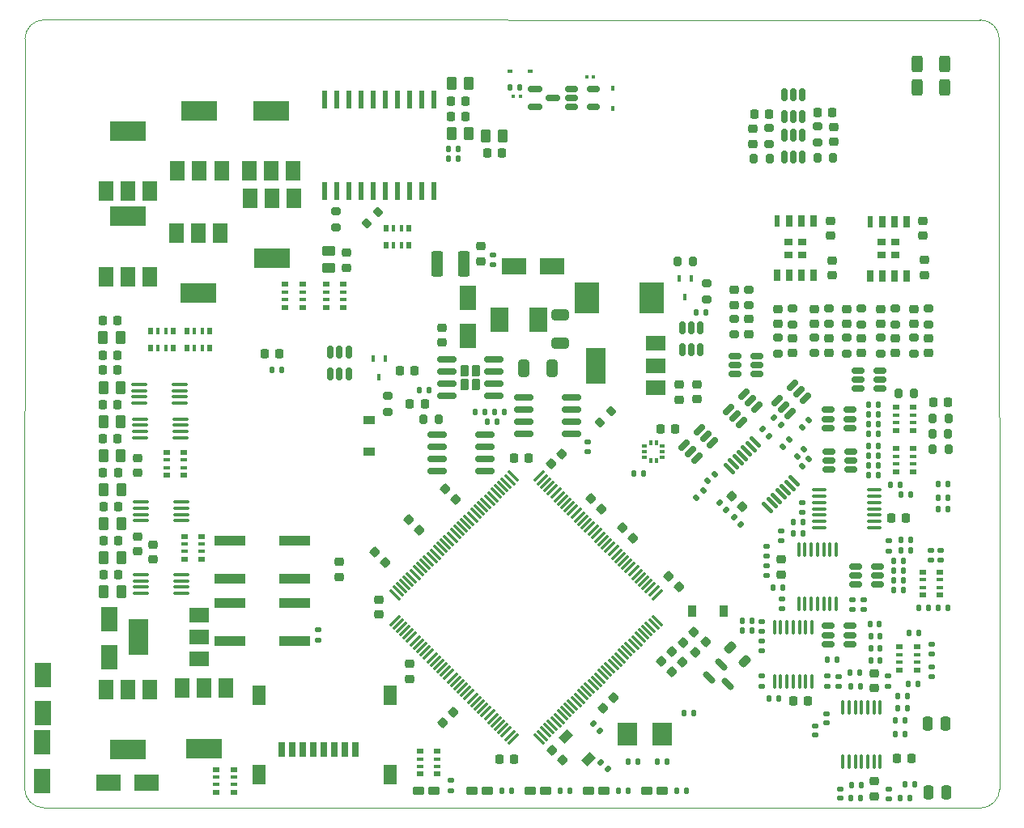
<source format=gbr>
G04 #@! TF.GenerationSoftware,KiCad,Pcbnew,(6.0.1)*
G04 #@! TF.CreationDate,2022-08-29T02:15:06+01:00*
G04 #@! TF.ProjectId,polygonus-Shortage-Version,706f6c79-676f-46e7-9573-2d53686f7274,rev?*
G04 #@! TF.SameCoordinates,Original*
G04 #@! TF.FileFunction,Paste,Top*
G04 #@! TF.FilePolarity,Positive*
%FSLAX46Y46*%
G04 Gerber Fmt 4.6, Leading zero omitted, Abs format (unit mm)*
G04 Created by KiCad (PCBNEW (6.0.1)) date 2022-08-29 02:15:06*
%MOMM*%
%LPD*%
G01*
G04 APERTURE LIST*
G04 Aperture macros list*
%AMRoundRect*
0 Rectangle with rounded corners*
0 $1 Rounding radius*
0 $2 $3 $4 $5 $6 $7 $8 $9 X,Y pos of 4 corners*
0 Add a 4 corners polygon primitive as box body*
4,1,4,$2,$3,$4,$5,$6,$7,$8,$9,$2,$3,0*
0 Add four circle primitives for the rounded corners*
1,1,$1+$1,$2,$3*
1,1,$1+$1,$4,$5*
1,1,$1+$1,$6,$7*
1,1,$1+$1,$8,$9*
0 Add four rect primitives between the rounded corners*
20,1,$1+$1,$2,$3,$4,$5,0*
20,1,$1+$1,$4,$5,$6,$7,0*
20,1,$1+$1,$6,$7,$8,$9,0*
20,1,$1+$1,$8,$9,$2,$3,0*%
%AMRotRect*
0 Rectangle, with rotation*
0 The origin of the aperture is its center*
0 $1 length*
0 $2 width*
0 $3 Rotation angle, in degrees counterclockwise*
0 Add horizontal line*
21,1,$1,$2,0,0,$3*%
G04 Aperture macros list end*
G04 #@! TA.AperFunction,Profile*
%ADD10C,0.050000*%
G04 #@! TD*
%ADD11RoundRect,0.225000X0.250000X-0.225000X0.250000X0.225000X-0.250000X0.225000X-0.250000X-0.225000X0*%
%ADD12RoundRect,0.135000X-0.135000X-0.185000X0.135000X-0.185000X0.135000X0.185000X-0.135000X0.185000X0*%
%ADD13RoundRect,0.135000X0.226274X0.035355X0.035355X0.226274X-0.226274X-0.035355X-0.035355X-0.226274X0*%
%ADD14RoundRect,0.100000X0.100000X-0.637500X0.100000X0.637500X-0.100000X0.637500X-0.100000X-0.637500X0*%
%ADD15RoundRect,0.100000X0.637500X0.100000X-0.637500X0.100000X-0.637500X-0.100000X0.637500X-0.100000X0*%
%ADD16R,0.650000X1.310000*%
%ADD17R,0.600000X1.310000*%
%ADD18R,0.900000X0.795000*%
%ADD19RoundRect,0.225000X-0.250000X0.225000X-0.250000X-0.225000X0.250000X-0.225000X0.250000X0.225000X0*%
%ADD20RoundRect,0.135000X-0.226274X-0.035355X-0.035355X-0.226274X0.226274X0.035355X0.035355X0.226274X0*%
%ADD21RoundRect,0.225000X-0.225000X-0.250000X0.225000X-0.250000X0.225000X0.250000X-0.225000X0.250000X0*%
%ADD22RoundRect,0.225000X0.017678X-0.335876X0.335876X-0.017678X-0.017678X0.335876X-0.335876X0.017678X0*%
%ADD23RoundRect,0.140000X-0.140000X-0.170000X0.140000X-0.170000X0.140000X0.170000X-0.140000X0.170000X0*%
%ADD24RoundRect,0.225000X0.335876X0.017678X0.017678X0.335876X-0.335876X-0.017678X-0.017678X-0.335876X0*%
%ADD25RoundRect,0.225000X-0.335876X-0.017678X-0.017678X-0.335876X0.335876X0.017678X0.017678X0.335876X0*%
%ADD26RoundRect,0.218750X0.424264X0.114905X0.114905X0.424264X-0.424264X-0.114905X-0.114905X-0.424264X0*%
%ADD27RoundRect,0.200000X0.200000X0.275000X-0.200000X0.275000X-0.200000X-0.275000X0.200000X-0.275000X0*%
%ADD28R,0.800000X0.500000*%
%ADD29R,0.800000X0.400000*%
%ADD30RoundRect,0.100000X0.521491X-0.380070X-0.380070X0.521491X-0.521491X0.380070X0.380070X-0.521491X0*%
%ADD31R,0.500000X0.800000*%
%ADD32R,0.400000X0.800000*%
%ADD33RoundRect,0.135000X0.135000X0.185000X-0.135000X0.185000X-0.135000X-0.185000X0.135000X-0.185000X0*%
%ADD34RoundRect,0.225000X0.225000X0.250000X-0.225000X0.250000X-0.225000X-0.250000X0.225000X-0.250000X0*%
%ADD35RoundRect,0.075000X0.521491X-0.415425X-0.415425X0.521491X-0.521491X0.415425X0.415425X-0.521491X0*%
%ADD36RoundRect,0.075000X0.521491X0.415425X0.415425X0.521491X-0.521491X-0.415425X-0.415425X-0.521491X0*%
%ADD37RoundRect,0.250000X-0.325000X-0.650000X0.325000X-0.650000X0.325000X0.650000X-0.325000X0.650000X0*%
%ADD38RoundRect,0.200000X-0.200000X-0.275000X0.200000X-0.275000X0.200000X0.275000X-0.200000X0.275000X0*%
%ADD39RoundRect,0.140000X0.140000X0.170000X-0.140000X0.170000X-0.140000X-0.170000X0.140000X-0.170000X0*%
%ADD40R,2.500000X1.800000*%
%ADD41RoundRect,0.250000X-0.262500X-0.450000X0.262500X-0.450000X0.262500X0.450000X-0.262500X0.450000X0*%
%ADD42RoundRect,0.100000X0.712500X0.100000X-0.712500X0.100000X-0.712500X-0.100000X0.712500X-0.100000X0*%
%ADD43RoundRect,0.212500X0.400000X0.212500X-0.400000X0.212500X-0.400000X-0.212500X0.400000X-0.212500X0*%
%ADD44RoundRect,0.135000X-0.185000X0.135000X-0.185000X-0.135000X0.185000X-0.135000X0.185000X0.135000X0*%
%ADD45RoundRect,0.200000X-0.275000X0.200000X-0.275000X-0.200000X0.275000X-0.200000X0.275000X0.200000X0*%
%ADD46RoundRect,0.200000X0.275000X-0.200000X0.275000X0.200000X-0.275000X0.200000X-0.275000X-0.200000X0*%
%ADD47R,1.200000X0.900000*%
%ADD48RoundRect,0.250000X0.312500X0.625000X-0.312500X0.625000X-0.312500X-0.625000X0.312500X-0.625000X0*%
%ADD49RoundRect,0.250000X-0.312500X-0.625000X0.312500X-0.625000X0.312500X0.625000X-0.312500X0.625000X0*%
%ADD50RoundRect,0.150000X0.150000X-0.512500X0.150000X0.512500X-0.150000X0.512500X-0.150000X-0.512500X0*%
%ADD51R,0.450000X0.700000*%
%ADD52RoundRect,0.135000X0.185000X-0.135000X0.185000X0.135000X-0.185000X0.135000X-0.185000X-0.135000X0*%
%ADD53R,2.500000X3.300000*%
%ADD54RoundRect,0.135000X-0.035355X0.226274X-0.226274X0.035355X0.035355X-0.226274X0.226274X-0.035355X0*%
%ADD55RoundRect,0.135000X0.035355X-0.226274X0.226274X-0.035355X-0.035355X0.226274X-0.226274X0.035355X0*%
%ADD56RoundRect,0.150000X0.512500X0.150000X-0.512500X0.150000X-0.512500X-0.150000X0.512500X-0.150000X0*%
%ADD57RoundRect,0.140000X-0.170000X0.140000X-0.170000X-0.140000X0.170000X-0.140000X0.170000X0.140000X0*%
%ADD58RoundRect,0.140000X0.170000X-0.140000X0.170000X0.140000X-0.170000X0.140000X-0.170000X-0.140000X0*%
%ADD59RoundRect,0.100000X-0.100000X0.637500X-0.100000X-0.637500X0.100000X-0.637500X0.100000X0.637500X0*%
%ADD60R,2.000000X1.500000*%
%ADD61R,2.000000X3.800000*%
%ADD62R,2.000000X2.400000*%
%ADD63RoundRect,0.230000X-0.230000X-0.375000X0.230000X-0.375000X0.230000X0.375000X-0.230000X0.375000X0*%
%ADD64RoundRect,0.150000X-0.825000X-0.150000X0.825000X-0.150000X0.825000X0.150000X-0.825000X0.150000X0*%
%ADD65R,1.800000X2.500000*%
%ADD66RoundRect,0.150000X-0.150000X0.512500X-0.150000X-0.512500X0.150000X-0.512500X0.150000X0.512500X0*%
%ADD67RoundRect,0.250000X0.375000X1.075000X-0.375000X1.075000X-0.375000X-1.075000X0.375000X-1.075000X0*%
%ADD68RoundRect,0.200000X-0.053033X0.335876X-0.335876X0.053033X0.053033X-0.335876X0.335876X-0.053033X0*%
%ADD69R,1.900000X2.500000*%
%ADD70RoundRect,0.250000X-0.650000X0.325000X-0.650000X-0.325000X0.650000X-0.325000X0.650000X0.325000X0*%
%ADD71RoundRect,0.250000X-0.250000X-0.475000X0.250000X-0.475000X0.250000X0.475000X-0.250000X0.475000X0*%
%ADD72R,0.800000X1.500000*%
%ADD73R,1.450000X2.000000*%
%ADD74RoundRect,0.250000X-0.450000X0.262500X-0.450000X-0.262500X0.450000X-0.262500X0.450000X0.262500X0*%
%ADD75RoundRect,0.150000X-0.521491X0.309359X0.309359X-0.521491X0.521491X-0.309359X-0.309359X0.521491X0*%
%ADD76RoundRect,0.100000X-0.100000X0.175000X-0.100000X-0.175000X0.100000X-0.175000X0.100000X0.175000X0*%
%ADD77RoundRect,0.100000X-0.175000X0.100000X-0.175000X-0.100000X0.175000X-0.100000X0.175000X0.100000X0*%
%ADD78R,3.200000X1.000000*%
%ADD79R,0.900000X1.200000*%
%ADD80RotRect,0.900000X1.200000X315.000000*%
%ADD81R,0.450000X0.600000*%
%ADD82RoundRect,0.150000X-0.512500X-0.150000X0.512500X-0.150000X0.512500X0.150000X-0.512500X0.150000X0*%
%ADD83R,1.500000X2.000000*%
%ADD84R,3.800000X2.000000*%
%ADD85RoundRect,0.150000X0.256326X0.468458X-0.468458X-0.256326X-0.256326X-0.468458X0.468458X0.256326X0*%
%ADD86R,0.550000X1.950000*%
%ADD87RoundRect,0.200000X0.053033X-0.335876X0.335876X-0.053033X-0.053033X0.335876X-0.335876X0.053033X0*%
%ADD88RoundRect,0.079500X-0.079500X-0.100500X0.079500X-0.100500X0.079500X0.100500X-0.079500X0.100500X0*%
%ADD89RoundRect,0.150000X-0.587500X-0.150000X0.587500X-0.150000X0.587500X0.150000X-0.587500X0.150000X0*%
%ADD90R,0.600000X0.450000*%
%ADD91RoundRect,0.150000X0.825000X0.150000X-0.825000X0.150000X-0.825000X-0.150000X0.825000X-0.150000X0*%
%ADD92RoundRect,0.079500X0.079500X0.100500X-0.079500X0.100500X-0.079500X-0.100500X0.079500X-0.100500X0*%
G04 APERTURE END LIST*
D10*
X27598758Y70480030D02*
X27566743Y-7944264D01*
X29598758Y72480030D02*
G75*
G03*
X27598758Y70480030I-1J-1999999D01*
G01*
X127511245Y72474911D02*
X29598758Y72480030D01*
X29566743Y-9944264D02*
X127539293Y-9975264D01*
X127539293Y-9975264D02*
G75*
G03*
X129539293Y-7975264I1J1999999D01*
G01*
X129539293Y-7975264D02*
X129511245Y70474911D01*
X27566743Y-7944264D02*
G75*
G03*
X29566743Y-9944264I1999999J-1D01*
G01*
X129511245Y70474911D02*
G75*
G03*
X127511245Y72474911I-1999999J1D01*
G01*
D11*
G04 #@! TO.C,C1015*
X112003326Y45778948D03*
X112003326Y47328948D03*
G04 #@! TD*
D12*
G04 #@! TO.C,R902*
X123130975Y21307317D03*
X124150975Y21307317D03*
G04 #@! TD*
G04 #@! TO.C,R903*
X123142194Y22496586D03*
X124162194Y22496586D03*
G04 #@! TD*
G04 #@! TO.C,R904*
X123119755Y23887806D03*
X124139755Y23887806D03*
G04 #@! TD*
D13*
G04 #@! TO.C,R1007*
X88562124Y-5885124D03*
X87840876Y-5163876D03*
G04 #@! TD*
D14*
G04 #@! TO.C,U801*
X108540000Y11361500D03*
X109190000Y11361500D03*
X109840000Y11361500D03*
X110490000Y11361500D03*
X111140000Y11361500D03*
X111790000Y11361500D03*
X112440000Y11361500D03*
X112440000Y17086500D03*
X111790000Y17086500D03*
X111140000Y17086500D03*
X110490000Y17086500D03*
X109840000Y17086500D03*
X109190000Y17086500D03*
X108540000Y17086500D03*
G04 #@! TD*
D15*
G04 #@! TO.C,U901*
X116400500Y19386000D03*
X116400500Y20036000D03*
X116400500Y20686000D03*
X116400500Y21336000D03*
X116400500Y21986000D03*
X116400500Y22636000D03*
X116400500Y23286000D03*
X110675500Y23286000D03*
X110675500Y22636000D03*
X110675500Y21986000D03*
X110675500Y21336000D03*
X110675500Y20686000D03*
X110675500Y20036000D03*
X110675500Y19386000D03*
G04 #@! TD*
D16*
G04 #@! TO.C,U1004*
X119814671Y51392123D03*
X118544671Y51392123D03*
X117274671Y51392123D03*
D17*
X116004671Y51392123D03*
D16*
X116004671Y45702123D03*
X117274671Y45702123D03*
X118544671Y45702123D03*
X119814671Y45702123D03*
D18*
X118659671Y49209623D03*
X117159671Y47884623D03*
X118659671Y47884623D03*
X117159671Y49209623D03*
G04 #@! TD*
D16*
G04 #@! TO.C,U1005*
X110083142Y51429989D03*
X108813142Y51429989D03*
X107543142Y51429989D03*
D17*
X106273142Y51429989D03*
D16*
X106273142Y45739989D03*
X107543142Y45739989D03*
X108813142Y45739989D03*
X110083142Y45739989D03*
D18*
X108928142Y47922489D03*
X107428142Y49247489D03*
X107428142Y47922489D03*
X108928142Y49247489D03*
G04 #@! TD*
D19*
G04 #@! TO.C,C1016*
X121539912Y51428769D03*
X121539912Y49878769D03*
G04 #@! TD*
D11*
G04 #@! TO.C,C1017*
X121694368Y45805498D03*
X121694368Y47355498D03*
G04 #@! TD*
D19*
G04 #@! TO.C,C1018*
X111896736Y51445598D03*
X111896736Y49895598D03*
G04 #@! TD*
D20*
G04 #@! TO.C,R1006*
X87015376Y-1163376D03*
X87736624Y-1884624D03*
G04 #@! TD*
D21*
G04 #@! TO.C,C701*
X107937000Y1270000D03*
X109487000Y1270000D03*
G04 #@! TD*
D11*
G04 #@! TO.C,C801*
X106680000Y14465000D03*
X106680000Y16015000D03*
G04 #@! TD*
D21*
G04 #@! TO.C,C901*
X118194266Y20335608D03*
X119744266Y20335608D03*
G04 #@! TD*
D22*
G04 #@! TO.C,C1518*
X82636992Y25994992D03*
X83733008Y27091008D03*
G04 #@! TD*
D23*
G04 #@! TO.C,C1521*
X90706000Y-5080000D03*
X91666000Y-5080000D03*
G04 #@! TD*
D21*
G04 #@! TO.C,C1503*
X78727000Y26670000D03*
X80277000Y26670000D03*
G04 #@! TD*
D24*
G04 #@! TO.C,C1505*
X95290008Y4277992D03*
X94193992Y5374008D03*
G04 #@! TD*
G04 #@! TO.C,C1506*
X96052008Y13167992D03*
X94955992Y14264008D03*
G04 #@! TD*
D25*
G04 #@! TO.C,C1507*
X71587992Y23408008D03*
X72684008Y22311992D03*
G04 #@! TD*
D22*
G04 #@! TO.C,C1501*
X96479992Y7325992D03*
X97576008Y8422008D03*
G04 #@! TD*
G04 #@! TO.C,C1502*
X97749992Y6309992D03*
X98846008Y7406008D03*
G04 #@! TD*
D24*
G04 #@! TO.C,C1101*
X102656008Y21549992D03*
X101559992Y22646008D03*
G04 #@! TD*
D26*
G04 #@! TO.C,FB1501*
X102859301Y5344699D03*
X101356699Y6847301D03*
G04 #@! TD*
D12*
G04 #@! TO.C,R901*
X119202315Y18098535D03*
X120222315Y18098535D03*
G04 #@! TD*
G04 #@! TO.C,R1502*
X96518000Y0D03*
X97538000Y0D03*
G04 #@! TD*
D27*
G04 #@! TO.C,R1101*
X124203537Y27547316D03*
X122553537Y27547316D03*
G04 #@! TD*
G04 #@! TO.C,R1102*
X124169878Y29129268D03*
X122519878Y29129268D03*
G04 #@! TD*
G04 #@! TO.C,R1103*
X124181098Y30789757D03*
X122531098Y30789757D03*
G04 #@! TD*
G04 #@! TO.C,R1104*
X120586000Y33401000D03*
X118936000Y33401000D03*
G04 #@! TD*
D28*
G04 #@! TO.C,RN701*
X120887074Y4487074D03*
D29*
X120887074Y5287074D03*
X120887074Y6087074D03*
D28*
X120887074Y6887074D03*
X119087074Y6887074D03*
D29*
X119087074Y6087074D03*
X119087074Y5287074D03*
D28*
X119087074Y4487074D03*
G04 #@! TD*
G04 #@! TO.C,RN801*
X123301709Y12312926D03*
D29*
X123301709Y13112926D03*
X123301709Y13912926D03*
D28*
X123301709Y14712926D03*
X121501709Y14712926D03*
D29*
X121501709Y13912926D03*
X121501709Y13112926D03*
D28*
X121501709Y12312926D03*
G04 #@! TD*
G04 #@! TO.C,RN901*
X120534000Y25216000D03*
D29*
X120534000Y26016000D03*
X120534000Y26816000D03*
D28*
X120534000Y27616000D03*
X118734000Y27616000D03*
D29*
X118734000Y26816000D03*
X118734000Y26016000D03*
D28*
X118734000Y25216000D03*
G04 #@! TD*
G04 #@! TO.C,RN1101*
X120534000Y29534000D03*
D29*
X120534000Y30334000D03*
X120534000Y31134000D03*
D28*
X120534000Y31934000D03*
X118734000Y31934000D03*
D29*
X118734000Y31134000D03*
X118734000Y30334000D03*
D28*
X118734000Y29534000D03*
G04 #@! TD*
D30*
G04 #@! TO.C,U1101*
X105293235Y21489049D03*
X105752854Y21948668D03*
X106212474Y22408287D03*
X106672093Y22867907D03*
X107131713Y23327526D03*
X107591332Y23787146D03*
X108050951Y24246765D03*
X104002765Y28294951D03*
X103543146Y27835332D03*
X103083526Y27375713D03*
X102623907Y26916093D03*
X102164287Y26456474D03*
X101704668Y25996854D03*
X101245049Y25537235D03*
G04 #@! TD*
D21*
G04 #@! TO.C,C1516*
X52662462Y37533142D03*
X54212462Y37533142D03*
G04 #@! TD*
D12*
G04 #@! TO.C,R1501*
X53400730Y35884875D03*
X54420730Y35884875D03*
G04 #@! TD*
D19*
G04 #@! TO.C,C1301*
X61218413Y48102703D03*
X61218413Y46552703D03*
G04 #@! TD*
D21*
G04 #@! TO.C,C1302*
X75971164Y58519287D03*
X77521164Y58519287D03*
G04 #@! TD*
D31*
G04 #@! TO.C,RN1301*
X67750175Y50664268D03*
D32*
X66950175Y50664268D03*
X66150175Y50664268D03*
D31*
X65350175Y50664268D03*
X65350175Y48864268D03*
D32*
X66150175Y48864268D03*
X66950175Y48864268D03*
D31*
X67750175Y48864268D03*
G04 #@! TD*
D19*
G04 #@! TO.C,C1523*
X97854133Y34331095D03*
X97854133Y32781095D03*
G04 #@! TD*
D33*
G04 #@! TO.C,R1504*
X98808000Y41910000D03*
X97788000Y41910000D03*
G04 #@! TD*
D14*
G04 #@! TO.C,U701*
X106000000Y3233500D03*
X106650000Y3233500D03*
X107300000Y3233500D03*
X107950000Y3233500D03*
X108600000Y3233500D03*
X109250000Y3233500D03*
X109900000Y3233500D03*
X109900000Y8958500D03*
X109250000Y8958500D03*
X108600000Y8958500D03*
X107950000Y8958500D03*
X107300000Y8958500D03*
X106650000Y8958500D03*
X106000000Y8958500D03*
G04 #@! TD*
D25*
G04 #@! TO.C,C1508*
X67777992Y20207608D03*
X68874008Y19111592D03*
G04 #@! TD*
D24*
G04 #@! TO.C,C1509*
X91226008Y18247992D03*
X90129992Y19344008D03*
G04 #@! TD*
D19*
G04 #@! TO.C,C1510*
X67818000Y5093000D03*
X67818000Y3543000D03*
G04 #@! TD*
D34*
G04 #@! TO.C,C1511*
X78753000Y-4826000D03*
X77203000Y-4826000D03*
G04 #@! TD*
D11*
G04 #@! TO.C,C1513*
X64643000Y10274000D03*
X64643000Y11824000D03*
G04 #@! TD*
D22*
G04 #@! TO.C,C1515*
X88097992Y467992D03*
X89194008Y1564008D03*
G04 #@! TD*
D35*
G04 #@! TO.C,U1501*
X81352342Y-2726710D03*
X81705895Y-2373157D03*
X82059449Y-2019604D03*
X82413002Y-1666050D03*
X82766555Y-1312497D03*
X83120109Y-958943D03*
X83473662Y-605390D03*
X83827215Y-251837D03*
X84180769Y101717D03*
X84534322Y455270D03*
X84887876Y808824D03*
X85241429Y1162377D03*
X85594982Y1515930D03*
X85948536Y1869484D03*
X86302089Y2223037D03*
X86655643Y2576590D03*
X87009196Y2930144D03*
X87362749Y3283697D03*
X87716303Y3637251D03*
X88069856Y3990804D03*
X88423410Y4344357D03*
X88776963Y4697911D03*
X89130516Y5051464D03*
X89484070Y5405018D03*
X89837623Y5758571D03*
X90191176Y6112124D03*
X90544730Y6465678D03*
X90898283Y6819231D03*
X91251837Y7172785D03*
X91605390Y7526338D03*
X91958943Y7879891D03*
X92312497Y8233445D03*
X92666050Y8586998D03*
X93019604Y8940551D03*
X93373157Y9294105D03*
X93726710Y9647658D03*
D36*
X93726710Y12352342D03*
X93373157Y12705895D03*
X93019604Y13059449D03*
X92666050Y13413002D03*
X92312497Y13766555D03*
X91958943Y14120109D03*
X91605390Y14473662D03*
X91251837Y14827215D03*
X90898283Y15180769D03*
X90544730Y15534322D03*
X90191176Y15887876D03*
X89837623Y16241429D03*
X89484070Y16594982D03*
X89130516Y16948536D03*
X88776963Y17302089D03*
X88423410Y17655643D03*
X88069856Y18009196D03*
X87716303Y18362749D03*
X87362749Y18716303D03*
X87009196Y19069856D03*
X86655643Y19423410D03*
X86302089Y19776963D03*
X85948536Y20130516D03*
X85594982Y20484070D03*
X85241429Y20837623D03*
X84887876Y21191176D03*
X84534322Y21544730D03*
X84180769Y21898283D03*
X83827215Y22251837D03*
X83473662Y22605390D03*
X83120109Y22958943D03*
X82766555Y23312497D03*
X82413002Y23666050D03*
X82059449Y24019604D03*
X81705895Y24373157D03*
X81352342Y24726710D03*
D35*
X78647658Y24726710D03*
X78294105Y24373157D03*
X77940551Y24019604D03*
X77586998Y23666050D03*
X77233445Y23312497D03*
X76879891Y22958943D03*
X76526338Y22605390D03*
X76172785Y22251837D03*
X75819231Y21898283D03*
X75465678Y21544730D03*
X75112124Y21191176D03*
X74758571Y20837623D03*
X74405018Y20484070D03*
X74051464Y20130516D03*
X73697911Y19776963D03*
X73344357Y19423410D03*
X72990804Y19069856D03*
X72637251Y18716303D03*
X72283697Y18362749D03*
X71930144Y18009196D03*
X71576590Y17655643D03*
X71223037Y17302089D03*
X70869484Y16948536D03*
X70515930Y16594982D03*
X70162377Y16241429D03*
X69808824Y15887876D03*
X69455270Y15534322D03*
X69101717Y15180769D03*
X68748163Y14827215D03*
X68394610Y14473662D03*
X68041057Y14120109D03*
X67687503Y13766555D03*
X67333950Y13413002D03*
X66980396Y13059449D03*
X66626843Y12705895D03*
X66273290Y12352342D03*
D36*
X66273290Y9647658D03*
X66626843Y9294105D03*
X66980396Y8940551D03*
X67333950Y8586998D03*
X67687503Y8233445D03*
X68041057Y7879891D03*
X68394610Y7526338D03*
X68748163Y7172785D03*
X69101717Y6819231D03*
X69455270Y6465678D03*
X69808824Y6112124D03*
X70162377Y5758571D03*
X70515930Y5405018D03*
X70869484Y5051464D03*
X71223037Y4697911D03*
X71576590Y4344357D03*
X71930144Y3990804D03*
X72283697Y3637251D03*
X72637251Y3283697D03*
X72990804Y2930144D03*
X73344357Y2576590D03*
X73697911Y2223037D03*
X74051464Y1869484D03*
X74405018Y1515930D03*
X74758571Y1162377D03*
X75112124Y808824D03*
X75465678Y455270D03*
X75819231Y101717D03*
X76172785Y-251837D03*
X76526338Y-605390D03*
X76879891Y-958943D03*
X77233445Y-1312497D03*
X77586998Y-1666050D03*
X77940551Y-2019604D03*
X78294105Y-2373157D03*
X78647658Y-2726710D03*
G04 #@! TD*
D34*
G04 #@! TO.C,C1002*
X68339000Y35814000D03*
X66789000Y35814000D03*
G04 #@! TD*
D37*
G04 #@! TO.C,C1004*
X79805000Y36068000D03*
X82755000Y36068000D03*
G04 #@! TD*
D38*
G04 #@! TO.C,R1004*
X95822000Y47244000D03*
X97472000Y47244000D03*
G04 #@! TD*
D39*
G04 #@! TO.C,C1522*
X94714000Y-5080000D03*
X93754000Y-5080000D03*
G04 #@! TD*
D24*
G04 #@! TO.C,C1504*
X87924008Y21295992D03*
X86827992Y22392008D03*
G04 #@! TD*
D28*
G04 #@! TO.C,RN501*
X49438751Y-8325729D03*
D29*
X49438751Y-7525729D03*
X49438751Y-6725729D03*
D28*
X49438751Y-5925729D03*
X47638751Y-5925729D03*
D29*
X47638751Y-6725729D03*
X47638751Y-7525729D03*
D28*
X47638751Y-8325729D03*
G04 #@! TD*
D31*
G04 #@! TO.C,RN201*
X44527547Y38147586D03*
D32*
X45327547Y38147586D03*
X46127547Y38147586D03*
D31*
X46927547Y38147586D03*
X46927547Y39947586D03*
D32*
X46127547Y39947586D03*
X45327547Y39947586D03*
D31*
X44527547Y39947586D03*
G04 #@! TD*
G04 #@! TO.C,RN301*
X40707013Y38147586D03*
D32*
X41507013Y38147586D03*
X42307013Y38147586D03*
D31*
X43107013Y38147586D03*
X43107013Y39947586D03*
D32*
X42307013Y39947586D03*
X41507013Y39947586D03*
D31*
X40707013Y39947586D03*
G04 #@! TD*
D11*
G04 #@! TO.C,C1006*
X75311000Y47231000D03*
X75311000Y48781000D03*
G04 #@! TD*
D40*
G04 #@! TO.C,D903*
X78772000Y46736000D03*
X82772000Y46736000D03*
G04 #@! TD*
D28*
G04 #@! TO.C,RN202*
X60892921Y42396889D03*
D29*
X60892921Y43196889D03*
X60892921Y43996889D03*
D28*
X60892921Y44796889D03*
X59092921Y44796889D03*
D29*
X59092921Y43996889D03*
X59092921Y43196889D03*
D28*
X59092921Y42396889D03*
G04 #@! TD*
G04 #@! TO.C,RN302*
X56624059Y42396889D03*
D29*
X56624059Y43196889D03*
X56624059Y43996889D03*
D28*
X56624059Y44796889D03*
X54824059Y44796889D03*
D29*
X54824059Y43996889D03*
X54824059Y43196889D03*
D28*
X54824059Y42396889D03*
G04 #@! TD*
G04 #@! TO.C,RN502*
X68932197Y-4025853D03*
D29*
X68932197Y-4825853D03*
X68932197Y-5625853D03*
D28*
X68932197Y-6425853D03*
X70732197Y-6425853D03*
D29*
X70732197Y-5625853D03*
X70732197Y-4825853D03*
D28*
X70732197Y-4025853D03*
G04 #@! TD*
D11*
G04 #@! TO.C,C1604*
X39417944Y16895591D03*
X39417944Y18445591D03*
G04 #@! TD*
D21*
G04 #@! TO.C,C1605*
X35811605Y14418165D03*
X37361605Y14418165D03*
G04 #@! TD*
G04 #@! TO.C,C1606*
X35811605Y17991793D03*
X37361605Y17991793D03*
G04 #@! TD*
D19*
G04 #@! TO.C,C1607*
X40957852Y17573129D03*
X40957852Y16023129D03*
G04 #@! TD*
D21*
G04 #@! TO.C,C1608*
X35798610Y21539431D03*
X37348610Y21539431D03*
G04 #@! TD*
G04 #@! TO.C,C1609*
X35759625Y25087070D03*
X37309625Y25087070D03*
G04 #@! TD*
D11*
G04 #@! TO.C,C1701*
X39371411Y25063581D03*
X39371411Y26613581D03*
G04 #@! TD*
D21*
G04 #@! TO.C,C1702*
X35754925Y28660698D03*
X37304925Y28660698D03*
G04 #@! TD*
G04 #@! TO.C,C1703*
X35728935Y32195341D03*
X37278935Y32195341D03*
G04 #@! TD*
G04 #@! TO.C,C1704*
X35714668Y41015081D03*
X37264668Y41015081D03*
G04 #@! TD*
G04 #@! TO.C,C1705*
X35720640Y35845890D03*
X37270640Y35845890D03*
G04 #@! TD*
G04 #@! TO.C,C1706*
X35702945Y37405291D03*
X37252945Y37405291D03*
G04 #@! TD*
D41*
G04 #@! TO.C,R1601*
X35869031Y12637848D03*
X37694031Y12637848D03*
G04 #@! TD*
G04 #@! TO.C,R1602*
X35869031Y16198482D03*
X37694031Y16198482D03*
G04 #@! TD*
G04 #@! TO.C,R1603*
X35856036Y19759115D03*
X37681036Y19759115D03*
G04 #@! TD*
G04 #@! TO.C,R1604*
X35845890Y23319748D03*
X37670890Y23319748D03*
G04 #@! TD*
G04 #@! TO.C,R1701*
X35806905Y26867386D03*
X37631905Y26867386D03*
G04 #@! TD*
G04 #@! TO.C,R1702*
X35804056Y30441014D03*
X37629056Y30441014D03*
G04 #@! TD*
G04 #@! TO.C,R1703*
X35793910Y33974608D03*
X37618910Y33974608D03*
G04 #@! TD*
G04 #@! TO.C,R1704*
X35772093Y39221769D03*
X37597093Y39221769D03*
G04 #@! TD*
D42*
G04 #@! TO.C,U1602*
X43967008Y12485208D03*
X43967008Y13135208D03*
X43967008Y13785208D03*
X43967008Y14435208D03*
X39742008Y14435208D03*
X39742008Y13785208D03*
X39742008Y13135208D03*
X39742008Y12485208D03*
G04 #@! TD*
G04 #@! TO.C,U1603*
X43967008Y20067797D03*
X43967008Y20717797D03*
X43967008Y21367797D03*
X43967008Y22017797D03*
X39742008Y22017797D03*
X39742008Y21367797D03*
X39742008Y20717797D03*
X39742008Y20067797D03*
G04 #@! TD*
G04 #@! TO.C,U1701*
X43881730Y28772205D03*
X43881730Y29422205D03*
X43881730Y30072205D03*
X43881730Y30722205D03*
X39656730Y30722205D03*
X39656730Y30072205D03*
X39656730Y29422205D03*
X39656730Y28772205D03*
G04 #@! TD*
G04 #@! TO.C,U1702*
X43798073Y32377947D03*
X43798073Y33027947D03*
X43798073Y33677947D03*
X43798073Y34327947D03*
X39573073Y34327947D03*
X39573073Y33677947D03*
X39573073Y33027947D03*
X39573073Y32377947D03*
G04 #@! TD*
D43*
G04 #@! TO.C,D1502*
X70408500Y-8128000D03*
X68783500Y-8128000D03*
G04 #@! TD*
D44*
G04 #@! TO.C,R1508*
X72136000Y-7110000D03*
X72136000Y-8130000D03*
G04 #@! TD*
D28*
G04 #@! TO.C,RN1601*
X46064463Y16053702D03*
D29*
X46064463Y16853702D03*
X46064463Y17653702D03*
D28*
X46064463Y18453702D03*
X44264463Y18453702D03*
D29*
X44264463Y17653702D03*
X44264463Y16853702D03*
D28*
X44264463Y16053702D03*
G04 #@! TD*
G04 #@! TO.C,RN1701*
X42416447Y27223760D03*
D29*
X42416447Y26423760D03*
X42416447Y25623760D03*
D28*
X42416447Y24823760D03*
X44216447Y24823760D03*
D29*
X44216447Y25623760D03*
X44216447Y26423760D03*
D28*
X44216447Y27223760D03*
G04 #@! TD*
D11*
G04 #@! TO.C,C1204*
X110169903Y40696474D03*
X110169903Y42246474D03*
G04 #@! TD*
G04 #@! TO.C,C1208*
X103319940Y39608627D03*
X103319940Y41158627D03*
G04 #@! TD*
G04 #@! TO.C,C1402*
X115092196Y37604500D03*
X115092196Y39154500D03*
G04 #@! TD*
G04 #@! TO.C,C1403*
X120556828Y40690713D03*
X120556828Y42240713D03*
G04 #@! TD*
G04 #@! TO.C,C1404*
X122080828Y37642713D03*
X122080828Y39192713D03*
G04 #@! TD*
G04 #@! TO.C,C1405*
X117080632Y40674706D03*
X117080632Y42224706D03*
G04 #@! TD*
G04 #@! TO.C,C1406*
X118604632Y37626706D03*
X118604632Y39176706D03*
G04 #@! TD*
G04 #@! TO.C,C1407*
X106349131Y40643085D03*
X106349131Y42193085D03*
G04 #@! TD*
G04 #@! TO.C,C1408*
X107881702Y37604825D03*
X107881702Y39154825D03*
G04 #@! TD*
D45*
G04 #@! TO.C,R1201*
X111693903Y42296474D03*
X111693903Y40646474D03*
G04 #@! TD*
D46*
G04 #@! TO.C,R1202*
X110169903Y37598474D03*
X110169903Y39248474D03*
G04 #@! TD*
D45*
G04 #@! TO.C,R1203*
X103319940Y44256627D03*
X103319940Y42606627D03*
G04 #@! TD*
D46*
G04 #@! TO.C,R1204*
X101795940Y39558627D03*
X101795940Y41208627D03*
G04 #@! TD*
D45*
G04 #@! TO.C,R1401*
X115092196Y42252500D03*
X115092196Y40602500D03*
G04 #@! TD*
D46*
G04 #@! TO.C,R1402*
X113568196Y37554500D03*
X113568196Y39204500D03*
G04 #@! TD*
D45*
G04 #@! TO.C,R1403*
X122080828Y42290713D03*
X122080828Y40640713D03*
G04 #@! TD*
D46*
G04 #@! TO.C,R1404*
X120556828Y37592713D03*
X120556828Y39242713D03*
G04 #@! TD*
D45*
G04 #@! TO.C,R1405*
X118604632Y42274706D03*
X118604632Y40624706D03*
G04 #@! TD*
D46*
G04 #@! TO.C,R1406*
X117080632Y37576706D03*
X117080632Y39226706D03*
G04 #@! TD*
D45*
G04 #@! TO.C,R1407*
X107881702Y42252825D03*
X107881702Y40602825D03*
G04 #@! TD*
D21*
G04 #@! TO.C,C1409*
X122603537Y32450246D03*
X124153537Y32450246D03*
G04 #@! TD*
D46*
G04 #@! TO.C,R1408*
X106357702Y37554825D03*
X106357702Y39204825D03*
G04 #@! TD*
D11*
G04 #@! TO.C,C1401*
X113568196Y40652500D03*
X113568196Y42202500D03*
G04 #@! TD*
G04 #@! TO.C,C1207*
X101795940Y42656627D03*
X101795940Y44206627D03*
G04 #@! TD*
G04 #@! TO.C,C1205*
X111693903Y37648474D03*
X111693903Y39198474D03*
G04 #@! TD*
D24*
G04 #@! TO.C,C1519*
X65318008Y15707992D03*
X64221992Y16804008D03*
G04 #@! TD*
D22*
G04 #@! TO.C,C1512*
X71333992Y-1056008D03*
X72430008Y40008D03*
G04 #@! TD*
D47*
G04 #@! TO.C,D1503*
X63597462Y27342595D03*
X63597462Y30642595D03*
G04 #@! TD*
D48*
G04 #@! TO.C,F101*
X123834448Y67857561D03*
X120909448Y67857561D03*
G04 #@! TD*
D49*
G04 #@! TO.C,F102*
X120909448Y65434146D03*
X123834448Y65434146D03*
G04 #@! TD*
D43*
G04 #@! TO.C,D1504*
X75996500Y-8128000D03*
X74371500Y-8128000D03*
G04 #@! TD*
G04 #@! TO.C,D1505*
X82092500Y-8128000D03*
X80467500Y-8128000D03*
G04 #@! TD*
G04 #@! TO.C,D1506*
X88188500Y-8128000D03*
X86563500Y-8128000D03*
G04 #@! TD*
G04 #@! TO.C,D1507*
X94284500Y-8128000D03*
X92659500Y-8128000D03*
G04 #@! TD*
D33*
G04 #@! TO.C,R1509*
X78488000Y-8128000D03*
X77468000Y-8128000D03*
G04 #@! TD*
G04 #@! TO.C,R1510*
X84584000Y-8128000D03*
X83564000Y-8128000D03*
G04 #@! TD*
G04 #@! TO.C,R1511*
X90680000Y-8128000D03*
X89660000Y-8128000D03*
G04 #@! TD*
G04 #@! TO.C,R1512*
X96776000Y-8128000D03*
X95756000Y-8128000D03*
G04 #@! TD*
D50*
G04 #@! TO.C,U1502*
X59549201Y35442083D03*
X60499201Y35442083D03*
X61449201Y35442083D03*
X61449201Y37717083D03*
X60499201Y37717083D03*
X59549201Y37717083D03*
G04 #@! TD*
D51*
G04 #@! TO.C,D1*
X97297000Y45450000D03*
X95997000Y45450000D03*
X96647000Y43450000D03*
G04 #@! TD*
D52*
G04 #@! TO.C,R1513*
X58293000Y7618000D03*
X58293000Y8638000D03*
G04 #@! TD*
D11*
G04 #@! TO.C,C1517*
X60452000Y14211000D03*
X60452000Y15761000D03*
G04 #@! TD*
D53*
G04 #@! TO.C,D1001*
X86389000Y43434000D03*
X93189000Y43434000D03*
G04 #@! TD*
D39*
G04 #@! TO.C,C1*
X117050731Y5485123D03*
X116090731Y5485123D03*
G04 #@! TD*
G04 #@! TO.C,C2*
X117013333Y6752357D03*
X116053333Y6752357D03*
G04 #@! TD*
G04 #@! TO.C,C3*
X117013333Y8001463D03*
X116053333Y8001463D03*
G04 #@! TD*
G04 #@! TO.C,C4*
X116948535Y9269269D03*
X115988535Y9269269D03*
G04 #@! TD*
G04 #@! TO.C,C5*
X119451414Y12830291D03*
X118491414Y12830291D03*
G04 #@! TD*
G04 #@! TO.C,C6*
X119451414Y13846291D03*
X118491414Y13846291D03*
G04 #@! TD*
G04 #@! TO.C,C7*
X119451414Y14862291D03*
X118491414Y14862291D03*
G04 #@! TD*
G04 #@! TO.C,C8*
X119451414Y15878291D03*
X118491414Y15878291D03*
G04 #@! TD*
G04 #@! TO.C,C9*
X116812000Y24892000D03*
X115852000Y24892000D03*
G04 #@! TD*
G04 #@! TO.C,C10*
X116812000Y25908000D03*
X115852000Y25908000D03*
G04 #@! TD*
G04 #@! TO.C,C11*
X116812000Y26924000D03*
X115852000Y26924000D03*
G04 #@! TD*
G04 #@! TO.C,C12*
X116812000Y27940000D03*
X115852000Y27940000D03*
G04 #@! TD*
G04 #@! TO.C,C13*
X116812000Y29210000D03*
X115852000Y29210000D03*
G04 #@! TD*
G04 #@! TO.C,C14*
X116812000Y30226000D03*
X115852000Y30226000D03*
G04 #@! TD*
G04 #@! TO.C,C15*
X116812000Y31242000D03*
X115852000Y31242000D03*
G04 #@! TD*
G04 #@! TO.C,C16*
X116812000Y32258000D03*
X115852000Y32258000D03*
G04 #@! TD*
D44*
G04 #@! TO.C,R2*
X111506000Y3812000D03*
X111506000Y2792000D03*
G04 #@! TD*
D12*
G04 #@! TO.C,R3*
X102614000Y9652000D03*
X103634000Y9652000D03*
G04 #@! TD*
D44*
G04 #@! TO.C,R5*
X104648000Y3812000D03*
X104648000Y2792000D03*
G04 #@! TD*
D33*
G04 #@! TO.C,R6*
X112524000Y5588000D03*
X111504000Y5588000D03*
G04 #@! TD*
G04 #@! TO.C,R7*
X103634000Y8636000D03*
X102614000Y8636000D03*
G04 #@! TD*
D52*
G04 #@! TO.C,R8*
X104648000Y6475000D03*
X104648000Y7495000D03*
G04 #@! TD*
D44*
G04 #@! TO.C,R10*
X114170249Y11813169D03*
X114170249Y10793169D03*
G04 #@! TD*
D52*
G04 #@! TO.C,R11*
X105210083Y16394023D03*
X105210083Y17414023D03*
G04 #@! TD*
D44*
G04 #@! TO.C,R12*
X106670598Y18987536D03*
X106670598Y17967536D03*
G04 #@! TD*
D12*
G04 #@! TO.C,R13*
X105870812Y13059024D03*
X106890812Y13059024D03*
G04 #@! TD*
D52*
G04 #@! TO.C,R14*
X115348298Y10776340D03*
X115348298Y11796340D03*
G04 #@! TD*
G04 #@! TO.C,R15*
X105191834Y14313579D03*
X105191834Y15333579D03*
G04 #@! TD*
D33*
G04 #@! TO.C,R16*
X108968000Y18796000D03*
X107948000Y18796000D03*
G04 #@! TD*
D52*
G04 #@! TO.C,R17*
X117988779Y16933414D03*
X117988779Y17953414D03*
G04 #@! TD*
D33*
G04 #@! TO.C,R18*
X119128000Y23876000D03*
X118108000Y23876000D03*
G04 #@! TD*
D20*
G04 #@! TO.C,R19*
X101747376Y20426624D03*
X102468624Y19705376D03*
G04 #@! TD*
D12*
G04 #@! TO.C,R20*
X107957643Y19923577D03*
X108977643Y19923577D03*
G04 #@! TD*
D33*
G04 #@! TO.C,R21*
X120215366Y16949755D03*
X119195366Y16949755D03*
G04 #@! TD*
G04 #@! TO.C,R22*
X120242193Y22792682D03*
X119222193Y22792682D03*
G04 #@! TD*
D20*
G04 #@! TO.C,R23*
X100223376Y21950624D03*
X100944624Y21229376D03*
G04 #@! TD*
D44*
G04 #@! TO.C,R24*
X108905853Y21991843D03*
X108905853Y20971843D03*
G04 #@! TD*
D54*
G04 #@! TO.C,R25*
X107548624Y28554624D03*
X106827376Y27833376D03*
G04 #@! TD*
G04 #@! TO.C,R26*
X109072624Y27538624D03*
X108351376Y26817376D03*
G04 #@! TD*
D20*
G04 #@! TO.C,R27*
X104730593Y29678182D03*
X105451841Y28956934D03*
G04 #@! TD*
D55*
G04 #@! TO.C,R28*
X98993517Y24246923D03*
X99714765Y24968171D03*
G04 #@! TD*
D54*
G04 #@! TO.C,R29*
X109580624Y30586624D03*
X108859376Y29865376D03*
G04 #@! TD*
D55*
G04 #@! TO.C,R30*
X108859376Y25801376D03*
X109580624Y26522624D03*
G04 #@! TD*
G04 #@! TO.C,R32*
X97825602Y22499375D03*
X98546850Y23220623D03*
G04 #@! TD*
D12*
G04 #@! TO.C,R801*
X123112198Y10966584D03*
X124132198Y10966584D03*
G04 #@! TD*
D33*
G04 #@! TO.C,R704*
X121106096Y8349268D03*
X120086096Y8349268D03*
G04 #@! TD*
D52*
G04 #@! TO.C,R804*
X123405365Y15930488D03*
X123405365Y16950488D03*
G04 #@! TD*
G04 #@! TO.C,R803*
X122350730Y15938617D03*
X122350730Y16958617D03*
G04 #@! TD*
D33*
G04 #@! TO.C,R802*
X122079026Y10983413D03*
X121059026Y10983413D03*
G04 #@! TD*
D52*
G04 #@! TO.C,R703*
X122447317Y6145121D03*
X122447317Y7165121D03*
G04 #@! TD*
D44*
G04 #@! TO.C,R702*
X122436097Y4775364D03*
X122436097Y3755364D03*
G04 #@! TD*
D33*
G04 #@! TO.C,R701*
X120982682Y2997558D03*
X119962682Y2997558D03*
G04 #@! TD*
D56*
G04 #@! TO.C,U1*
X113913500Y7178000D03*
X113913500Y8128000D03*
X113913500Y9078000D03*
X111638500Y9078000D03*
X111638500Y8128000D03*
X111638500Y7178000D03*
G04 #@! TD*
G04 #@! TO.C,U2*
X116738237Y13399269D03*
X116738237Y14349269D03*
X116738237Y15299269D03*
X114463237Y15299269D03*
X114463237Y14349269D03*
X114463237Y13399269D03*
G04 #@! TD*
G04 #@! TO.C,U3*
X113967517Y25448528D03*
X113967517Y26398528D03*
X113967517Y27348528D03*
X111692517Y27348528D03*
X111692517Y26398528D03*
X111692517Y25448528D03*
G04 #@! TD*
G04 #@! TO.C,U4*
X113913500Y29784000D03*
X113913500Y30734000D03*
X113913500Y31684000D03*
X111638500Y31684000D03*
X111638500Y30734000D03*
X111638500Y29784000D03*
G04 #@! TD*
D52*
G04 #@! TO.C,R4*
X104648000Y8507000D03*
X104648000Y9527000D03*
G04 #@! TD*
D20*
G04 #@! TO.C,R31*
X105948032Y30858496D03*
X106669280Y30137248D03*
G04 #@! TD*
D44*
G04 #@! TO.C,R9*
X106814634Y11930974D03*
X106814634Y10910974D03*
G04 #@! TD*
D12*
G04 #@! TO.C,R1*
X105408000Y1524000D03*
X106428000Y1524000D03*
G04 #@! TD*
D57*
G04 #@! TO.C,C23*
X112744875Y3733660D03*
X112744875Y2773660D03*
G04 #@! TD*
D58*
G04 #@! TO.C,C24*
X112848942Y-8964551D03*
X112848942Y-8004551D03*
G04 #@! TD*
D12*
G04 #@! TO.C,R44*
X113906584Y4218538D03*
X114926584Y4218538D03*
G04 #@! TD*
G04 #@! TO.C,R45*
X114006910Y-8925852D03*
X115026910Y-8925852D03*
G04 #@! TD*
G04 #@! TO.C,R46*
X113996340Y2793660D03*
X115016340Y2793660D03*
G04 #@! TD*
G04 #@! TO.C,R47*
X114029349Y-7564551D03*
X115049349Y-7564551D03*
G04 #@! TD*
D59*
G04 #@! TO.C,U5*
X117040976Y574940D03*
X116390976Y574940D03*
X115740976Y574940D03*
X115090976Y574940D03*
X114440976Y574940D03*
X113790976Y574940D03*
X113140976Y574940D03*
X113140976Y-5150060D03*
X113790976Y-5150060D03*
X114440976Y-5150060D03*
X115090976Y-5150060D03*
X115740976Y-5150060D03*
X116390976Y-5150060D03*
X117040976Y-5150060D03*
G04 #@! TD*
D19*
G04 #@! TO.C,C903*
X96012000Y34303000D03*
X96012000Y32753000D03*
G04 #@! TD*
D52*
G04 #@! TO.C,R906*
X76581000Y46861000D03*
X76581000Y47881000D03*
G04 #@! TD*
D60*
G04 #@! TO.C,U902*
X93574000Y34022000D03*
D61*
X87274000Y36322000D03*
D60*
X93574000Y36322000D03*
X93574000Y38622000D03*
G04 #@! TD*
D62*
G04 #@! TO.C,Y1501*
X90582007Y-2265893D03*
X94282007Y-2265893D03*
G04 #@! TD*
D34*
G04 #@! TO.C,C902*
X69417333Y32297551D03*
X67867333Y32297551D03*
G04 #@! TD*
D11*
G04 #@! TO.C,C904*
X71247000Y38722000D03*
X71247000Y40272000D03*
G04 #@! TD*
D33*
G04 #@! TO.C,R905*
X69852000Y33782000D03*
X68832000Y33782000D03*
G04 #@! TD*
D12*
G04 #@! TO.C,R908*
X76706000Y31496000D03*
X77726000Y31496000D03*
G04 #@! TD*
D63*
G04 #@! TO.C,U903*
X73598000Y34302000D03*
X74738000Y34302000D03*
X74738000Y35802000D03*
X73598000Y35802000D03*
D64*
X71693000Y36957000D03*
X71693000Y35687000D03*
X71693000Y34417000D03*
X71693000Y33147000D03*
X76643000Y33147000D03*
X76643000Y34417000D03*
X76643000Y35687000D03*
X76643000Y36957000D03*
G04 #@! TD*
D65*
G04 #@! TO.C,D901*
X73914000Y39402000D03*
X73914000Y43402000D03*
G04 #@! TD*
G04 #@! TO.C,D101*
X29441548Y3980689D03*
X29441548Y-19311D03*
G04 #@! TD*
D40*
G04 #@! TO.C,D102*
X36297124Y-7316291D03*
X40297124Y-7316291D03*
G04 #@! TD*
D65*
G04 #@! TO.C,D103*
X36410648Y9795957D03*
X36410648Y5795957D03*
G04 #@! TD*
G04 #@! TO.C,D104*
X29434480Y-7126837D03*
X29434480Y-3126837D03*
G04 #@! TD*
D33*
G04 #@! TO.C,R907*
X75694000Y31496000D03*
X74674000Y31496000D03*
G04 #@! TD*
D66*
G04 #@! TO.C,D1501*
X98232000Y40253500D03*
X97282000Y40253500D03*
X96332000Y40253500D03*
X96332000Y37978500D03*
X97282000Y37978500D03*
X98232000Y37978500D03*
G04 #@! TD*
D39*
G04 #@! TO.C,C905*
X76934000Y30480000D03*
X75974000Y30480000D03*
G04 #@! TD*
D67*
G04 #@! TO.C,L1002*
X73536000Y46990000D03*
X70736000Y46990000D03*
G04 #@! TD*
D12*
G04 #@! TO.C,R1105*
X71883511Y58985807D03*
X72903511Y58985807D03*
G04 #@! TD*
D68*
G04 #@! TO.C,R1106*
X64496741Y52343581D03*
X63330015Y51176855D03*
G04 #@! TD*
D12*
G04 #@! TO.C,R1107*
X71889483Y57958152D03*
X72909483Y57958152D03*
G04 #@! TD*
D45*
G04 #@! TO.C,R1108*
X60153259Y52416646D03*
X60153259Y50766646D03*
G04 #@! TD*
D69*
G04 #@! TO.C,L1001*
X77198000Y41148000D03*
X81298000Y41148000D03*
G04 #@! TD*
D70*
G04 #@! TO.C,C906*
X83566000Y41607000D03*
X83566000Y38657000D03*
G04 #@! TD*
D71*
G04 #@! TO.C,C1901*
X121978535Y-1109511D03*
X123878535Y-1109511D03*
G04 #@! TD*
D19*
G04 #@! TO.C,C21*
X116413658Y4118416D03*
X116413658Y2568416D03*
G04 #@! TD*
D11*
G04 #@! TO.C,C22*
X116461627Y-8735974D03*
X116461627Y-7185974D03*
G04 #@! TD*
D57*
G04 #@! TO.C,C25*
X111402922Y-105362D03*
X111402922Y-1065362D03*
G04 #@! TD*
G04 #@! TO.C,C26*
X110222996Y-1407667D03*
X110222996Y-2367667D03*
G04 #@! TD*
D71*
G04 #@! TO.C,C1902*
X122063903Y-8343658D03*
X123963903Y-8343658D03*
G04 #@! TD*
D44*
G04 #@! TO.C,R42*
X117856000Y3812000D03*
X117856000Y2792000D03*
G04 #@! TD*
D52*
G04 #@! TO.C,R43*
X117968782Y-8998291D03*
X117968782Y-7978291D03*
G04 #@! TD*
D12*
G04 #@! TO.C,R1901*
X118863169Y484386D03*
X119883169Y484386D03*
G04 #@! TD*
G04 #@! TO.C,R1902*
X119683986Y-7467315D03*
X120703986Y-7467315D03*
G04 #@! TD*
G04 #@! TO.C,R1903*
X118870000Y1778000D03*
X119890000Y1778000D03*
G04 #@! TD*
G04 #@! TO.C,R1904*
X119100571Y-8918373D03*
X120120571Y-8918373D03*
G04 #@! TD*
D34*
G04 #@! TO.C,C1903*
X120322071Y-4742193D03*
X118772071Y-4742193D03*
G04 #@! TD*
D12*
G04 #@! TO.C,R38*
X118617560Y-2202193D03*
X119637560Y-2202193D03*
G04 #@! TD*
G04 #@! TO.C,R40*
X118616000Y-762000D03*
X119636000Y-762000D03*
G04 #@! TD*
D72*
G04 #@! TO.C,J1*
X62128000Y-3836000D03*
X61028000Y-3836000D03*
X59928000Y-3836000D03*
X58828000Y-3836000D03*
X57728000Y-3836000D03*
X56628000Y-3836000D03*
X55528000Y-3836000D03*
X54428000Y-3836000D03*
D73*
X65803000Y1864000D03*
X52053000Y-6436000D03*
X52053000Y1864000D03*
X65803000Y-6436000D03*
G04 #@! TD*
D51*
G04 #@! TO.C,D2*
X65293000Y37068000D03*
X63993000Y37068000D03*
X64643000Y35068000D03*
G04 #@! TD*
D46*
G04 #@! TO.C,R33*
X65532000Y31458500D03*
X65532000Y33108500D03*
G04 #@! TD*
D74*
G04 #@! TO.C,R34*
X59405609Y48337666D03*
X59405609Y46512666D03*
G04 #@! TD*
D41*
G04 #@! TO.C,R35*
X75775187Y60361330D03*
X77600187Y60361330D03*
G04 #@! TD*
D75*
G04 #@! TO.C,U8*
X100465839Y5017664D03*
X99122336Y3674161D03*
X101119913Y3020087D03*
G04 #@! TD*
D76*
G04 #@! TO.C,U9*
X93645000Y28230000D03*
X93045000Y28230000D03*
D77*
X92420000Y27905000D03*
X92420000Y27305000D03*
X92420000Y26705000D03*
D76*
X93045000Y26380000D03*
X93645000Y26380000D03*
D77*
X94270000Y26705000D03*
X94270000Y27305000D03*
X94270000Y27905000D03*
G04 #@! TD*
D25*
G04 #@! TO.C,C1520*
X95273492Y6390008D03*
X96369508Y5293992D03*
G04 #@! TD*
D21*
G04 #@! TO.C,C20*
X94094000Y29718000D03*
X95644000Y29718000D03*
G04 #@! TD*
D44*
G04 #@! TO.C,R39*
X86487000Y28323000D03*
X86487000Y27303000D03*
G04 #@! TD*
D33*
G04 #@! TO.C,R41*
X92331000Y25019000D03*
X91311000Y25019000D03*
G04 #@! TD*
D78*
G04 #@! TO.C,SW1501*
X55818314Y18021456D03*
X49018314Y18021456D03*
X49018314Y14021456D03*
X55818314Y14021456D03*
G04 #@! TD*
G04 #@! TO.C,SW1502*
X55818314Y7466852D03*
X49018314Y7466852D03*
X49018314Y11466852D03*
X55818314Y11466852D03*
G04 #@! TD*
D79*
G04 #@! TO.C,D3*
X97410000Y10668000D03*
X100710000Y10668000D03*
G04 #@! TD*
D80*
G04 #@! TO.C,D4*
X84177274Y-2516274D03*
X86510726Y-4849726D03*
G04 #@! TD*
D25*
G04 #@! TO.C,C30*
X82763992Y-3896992D03*
X83860008Y-4993008D03*
G04 #@! TD*
D45*
G04 #@! TO.C,R1503*
X98933000Y44894000D03*
X98933000Y43244000D03*
G04 #@! TD*
D38*
G04 #@! TO.C,R50*
X103847171Y57945161D03*
X105497171Y57945161D03*
G04 #@! TD*
D45*
G04 #@! TO.C,R53*
X110543950Y61303421D03*
X110543950Y59653421D03*
G04 #@! TD*
D81*
G04 #@! TO.C,D6*
X89109396Y63217788D03*
X89109396Y65317788D03*
G04 #@! TD*
D82*
G04 #@! TO.C,U27*
X84806255Y65275912D03*
X84806255Y64325912D03*
X84806255Y63375912D03*
X87081255Y63375912D03*
X87081255Y65275912D03*
G04 #@! TD*
D66*
G04 #@! TO.C,U25*
X108895469Y64668575D03*
X107945469Y64668575D03*
X106995469Y64668575D03*
X106995469Y62393575D03*
X107945469Y62393575D03*
X108895469Y62393575D03*
G04 #@! TD*
D64*
G04 #@! TO.C,U6*
X79793271Y32940820D03*
X79793271Y31670820D03*
X79793271Y30400820D03*
X79793271Y29130820D03*
X84743271Y29130820D03*
X84743271Y30400820D03*
X84743271Y31670820D03*
X84743271Y32940820D03*
G04 #@! TD*
D34*
G04 #@! TO.C,C29*
X105416861Y62643166D03*
X103866861Y62643166D03*
G04 #@! TD*
D11*
G04 #@! TO.C,C28*
X112159558Y59694911D03*
X112159558Y61244911D03*
G04 #@! TD*
D83*
G04 #@! TO.C,U14*
X36055601Y54575816D03*
X38355601Y54575816D03*
X40655601Y54575816D03*
D84*
X38355601Y60875816D03*
G04 #@! TD*
D21*
G04 #@! TO.C,C18*
X72141460Y62351515D03*
X73691460Y62351515D03*
G04 #@! TD*
D85*
G04 #@! TO.C,U1208*
X99484038Y28257523D03*
X98812287Y28929274D03*
X98140536Y29601025D03*
X96531868Y27992357D03*
X97203619Y27320606D03*
X97875370Y26648855D03*
G04 #@! TD*
D27*
G04 #@! TO.C,R51*
X112133324Y58072557D03*
X110483324Y58072557D03*
G04 #@! TD*
D41*
G04 #@! TO.C,R49*
X72198885Y65801691D03*
X74023885Y65801691D03*
G04 #@! TD*
D21*
G04 #@! TO.C,C19*
X72146161Y63949902D03*
X73696161Y63949902D03*
G04 #@! TD*
D83*
G04 #@! TO.C,U13*
X43555348Y56681008D03*
X45855348Y56681008D03*
X48155348Y56681008D03*
D84*
X45855348Y62981008D03*
G04 #@! TD*
D38*
G04 #@! TO.C,R37*
X69259675Y30730561D03*
X70909675Y30730561D03*
G04 #@! TD*
D66*
G04 #@! TO.C,U26*
X108919206Y60376111D03*
X107969206Y60376111D03*
X107019206Y60376111D03*
X107019206Y58101111D03*
X107969206Y58101111D03*
X108919206Y58101111D03*
G04 #@! TD*
D45*
G04 #@! TO.C,R52*
X105413382Y61135490D03*
X105413382Y59485490D03*
G04 #@! TD*
D21*
G04 #@! TO.C,C31*
X110506492Y62812835D03*
X112056492Y62812835D03*
G04 #@! TD*
D82*
G04 #@! TO.C,U10*
X114707624Y35792186D03*
X114707624Y34842186D03*
X114707624Y33892186D03*
X116982624Y33892186D03*
X116982624Y34842186D03*
X116982624Y35792186D03*
G04 #@! TD*
D86*
G04 #@! TO.C,U12*
X58914941Y54595269D03*
X60184941Y54595269D03*
X61454941Y54595269D03*
X62724941Y54595269D03*
X63994941Y54595269D03*
X65264941Y54595269D03*
X66534941Y54595269D03*
X67804941Y54595269D03*
X69074941Y54595269D03*
X70344941Y54595269D03*
X70344941Y64095269D03*
X69074941Y64095269D03*
X67804941Y64095269D03*
X66534941Y64095269D03*
X65264941Y64095269D03*
X63994941Y64095269D03*
X62724941Y64095269D03*
X61454941Y64095269D03*
X60184941Y64095269D03*
X58914941Y64095269D03*
G04 #@! TD*
D87*
G04 #@! TO.C,R36*
X87746822Y30347740D03*
X88913548Y31514466D03*
G04 #@! TD*
D88*
G04 #@! TO.C,C33*
X86338882Y66466456D03*
X87028882Y66466456D03*
G04 #@! TD*
D83*
G04 #@! TO.C,U18*
X36063148Y45610595D03*
X38363148Y45610595D03*
X40663148Y45610595D03*
D84*
X38363148Y51910595D03*
G04 #@! TD*
D41*
G04 #@! TO.C,R48*
X72218378Y60558204D03*
X74043378Y60558204D03*
G04 #@! TD*
D82*
G04 #@! TO.C,U7*
X101865000Y37328934D03*
X101865000Y36378934D03*
X101865000Y35428934D03*
X104140000Y35428934D03*
X104140000Y36378934D03*
X104140000Y37328934D03*
G04 #@! TD*
D83*
G04 #@! TO.C,U20*
X48037918Y50207436D03*
X45737918Y50207436D03*
X43437918Y50207436D03*
D84*
X45737918Y43907436D03*
G04 #@! TD*
D89*
G04 #@! TO.C,IC1*
X80935791Y65270137D03*
X80935791Y63370137D03*
X82810791Y64320137D03*
G04 #@! TD*
D85*
G04 #@! TO.C,U1207*
X109256100Y32930243D03*
X108584349Y33601994D03*
X107912598Y34273745D03*
X106303930Y32665077D03*
X106975681Y31993326D03*
X107647432Y31321575D03*
G04 #@! TD*
D83*
G04 #@! TO.C,U19*
X55721118Y53815126D03*
X53421118Y53815126D03*
X51121118Y53815126D03*
D84*
X53421118Y47515126D03*
G04 #@! TD*
D83*
G04 #@! TO.C,U15*
X51047547Y56684781D03*
X53347547Y56684781D03*
X55647547Y56684781D03*
D84*
X53347547Y62984781D03*
G04 #@! TD*
D83*
G04 #@! TO.C,U22*
X48637787Y2544158D03*
X46337787Y2544158D03*
X44037787Y2544158D03*
D84*
X46337787Y-3755842D03*
G04 #@! TD*
D90*
G04 #@! TO.C,D5*
X78362877Y67121883D03*
X80462877Y67121883D03*
G04 #@! TD*
D85*
G04 #@! TO.C,U1202*
X104175597Y31936486D03*
X103503846Y32608237D03*
X102832095Y33279988D03*
X101223427Y31671320D03*
X101895178Y30999569D03*
X102566929Y30327818D03*
G04 #@! TD*
D91*
G04 #@! TO.C,U11*
X75700722Y25311728D03*
X75700722Y26581728D03*
X75700722Y27851728D03*
X75700722Y29121728D03*
X70750722Y29121728D03*
X70750722Y27851728D03*
X70750722Y26581728D03*
X70750722Y25311728D03*
G04 #@! TD*
D60*
G04 #@! TO.C,U21*
X45796154Y5606415D03*
X45796154Y7906415D03*
X45796154Y10206415D03*
D61*
X39496154Y7906415D03*
G04 #@! TD*
D83*
G04 #@! TO.C,U24*
X40684840Y2440198D03*
X38384840Y2440198D03*
X36084840Y2440198D03*
D84*
X38384840Y-3859802D03*
G04 #@! TD*
D11*
G04 #@! TO.C,C27*
X103760134Y59514444D03*
X103760134Y61064444D03*
G04 #@! TD*
D12*
G04 #@! TO.C,R54*
X78361935Y65429259D03*
X79381935Y65429259D03*
G04 #@! TD*
D92*
G04 #@! TO.C,C32*
X78701433Y64453919D03*
X79391433Y64453919D03*
G04 #@! TD*
M02*

</source>
